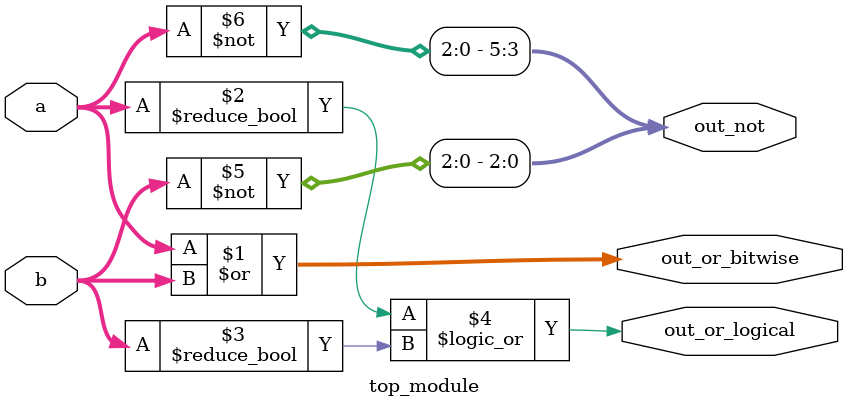
<source format=sv>
module top_module(
    input [2:0] a, 
    input [2:0] b, 
    output [2:0] out_or_bitwise,
    output out_or_logical,
    output [5:0] out_not
);

    // Bitwise OR of the two 3-bit inputs
    assign out_or_bitwise = a | b;

    // Logical OR of the two 3-bit inputs
    assign out_or_logical = (a != 3'b000) || (b != 3'b000);

    // Bitwise NOT of the two 3-bit inputs, concatenated
    assign out_not = {~a, ~b};

endmodule

</source>
